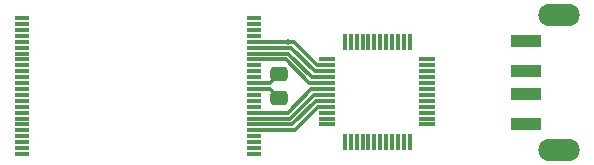
<source format=gbr>
%TF.GenerationSoftware,KiCad,Pcbnew,(6.0.5)*%
%TF.CreationDate,2023-05-24T20:51:29+03:00*%
%TF.ProjectId,USB_MASS_STORAGE_DEVICE,5553425f-4d41-4535-935f-53544f524147,rev?*%
%TF.SameCoordinates,Original*%
%TF.FileFunction,Copper,L1,Top*%
%TF.FilePolarity,Positive*%
%FSLAX46Y46*%
G04 Gerber Fmt 4.6, Leading zero omitted, Abs format (unit mm)*
G04 Created by KiCad (PCBNEW (6.0.5)) date 2023-05-24 20:51:29*
%MOMM*%
%LPD*%
G01*
G04 APERTURE LIST*
G04 Aperture macros list*
%AMRoundRect*
0 Rectangle with rounded corners*
0 $1 Rounding radius*
0 $2 $3 $4 $5 $6 $7 $8 $9 X,Y pos of 4 corners*
0 Add a 4 corners polygon primitive as box body*
4,1,4,$2,$3,$4,$5,$6,$7,$8,$9,$2,$3,0*
0 Add four circle primitives for the rounded corners*
1,1,$1+$1,$2,$3*
1,1,$1+$1,$4,$5*
1,1,$1+$1,$6,$7*
1,1,$1+$1,$8,$9*
0 Add four rect primitives between the rounded corners*
20,1,$1+$1,$2,$3,$4,$5,0*
20,1,$1+$1,$4,$5,$6,$7,0*
20,1,$1+$1,$6,$7,$8,$9,0*
20,1,$1+$1,$8,$9,$2,$3,0*%
G04 Aperture macros list end*
%TA.AperFunction,SMDPad,CuDef*%
%ADD10R,1.275000X0.300000*%
%TD*%
%TA.AperFunction,SMDPad,CuDef*%
%ADD11R,2.500000X1.100000*%
%TD*%
%TA.AperFunction,ComponentPad*%
%ADD12O,3.500000X1.900000*%
%TD*%
%TA.AperFunction,SMDPad,CuDef*%
%ADD13R,1.475000X0.300000*%
%TD*%
%TA.AperFunction,SMDPad,CuDef*%
%ADD14R,0.300000X1.475000*%
%TD*%
%TA.AperFunction,SMDPad,CuDef*%
%ADD15RoundRect,0.250000X0.475000X-0.337500X0.475000X0.337500X-0.475000X0.337500X-0.475000X-0.337500X0*%
%TD*%
%TA.AperFunction,ViaPad*%
%ADD16C,0.500000*%
%TD*%
%TA.AperFunction,ViaPad*%
%ADD17C,0.250000*%
%TD*%
%TA.AperFunction,ViaPad*%
%ADD18C,0.300000*%
%TD*%
%TA.AperFunction,Conductor*%
%ADD19C,0.300000*%
%TD*%
G04 APERTURE END LIST*
D10*
%TO.P,K9GAG08U0E,48*%
%TO.N,N/C*%
X138238000Y-90375000D03*
%TO.P,K9GAG08U0E,47*%
X138238000Y-90875000D03*
%TO.P,K9GAG08U0E,46*%
X138238000Y-91375000D03*
%TO.P,K9GAG08U0E,45*%
X138238000Y-91875000D03*
%TO.P,K9GAG08U0E,44*%
X138238000Y-92375000D03*
%TO.P,K9GAG08U0E,43*%
X138238000Y-92875000D03*
%TO.P,K9GAG08U0E,42*%
X138238000Y-93375000D03*
%TO.P,K9GAG08U0E,41*%
X138238000Y-93875000D03*
%TO.P,K9GAG08U0E,40*%
X138238000Y-94375000D03*
%TO.P,K9GAG08U0E,39*%
X138238000Y-94875000D03*
%TO.P,K9GAG08U0E,38*%
X138238000Y-95375000D03*
%TO.P,K9GAG08U0E,37*%
X138238000Y-95875000D03*
%TO.P,K9GAG08U0E,36*%
X138238000Y-96375000D03*
%TO.P,K9GAG08U0E,35*%
X138238000Y-96875000D03*
%TO.P,K9GAG08U0E,34*%
X138238000Y-97375000D03*
%TO.P,K9GAG08U0E,33*%
X138238000Y-97875000D03*
%TO.P,K9GAG08U0E,32*%
X138238000Y-98375000D03*
%TO.P,K9GAG08U0E,31*%
X138238000Y-98875000D03*
%TO.P,K9GAG08U0E,30*%
X138238000Y-99375000D03*
%TO.P,K9GAG08U0E,29*%
X138238000Y-99875000D03*
%TO.P,K9GAG08U0E,28*%
X138238000Y-100375000D03*
%TO.P,K9GAG08U0E,27*%
X138238000Y-100875000D03*
%TO.P,K9GAG08U0E,26*%
X138238000Y-101375000D03*
%TO.P,K9GAG08U0E,25*%
X138238000Y-101875000D03*
%TO.P,K9GAG08U0E,24*%
X118562000Y-101875000D03*
%TO.P,K9GAG08U0E,23*%
X118562000Y-101375000D03*
%TO.P,K9GAG08U0E,22*%
X118562000Y-100875000D03*
%TO.P,K9GAG08U0E,21*%
X118562000Y-100375000D03*
%TO.P,K9GAG08U0E,20*%
X118562000Y-99875000D03*
%TO.P,K9GAG08U0E,19*%
X118562000Y-99375000D03*
%TO.P,K9GAG08U0E,18*%
X118562000Y-98875000D03*
%TO.P,K9GAG08U0E,17*%
X118562000Y-98375000D03*
%TO.P,K9GAG08U0E,16*%
X118562000Y-97875000D03*
%TO.P,K9GAG08U0E,15*%
X118562000Y-97375000D03*
%TO.P,K9GAG08U0E,14*%
X118562000Y-96875000D03*
%TO.P,K9GAG08U0E,13*%
X118562000Y-96375000D03*
%TO.P,K9GAG08U0E,12*%
X118562000Y-95875000D03*
%TO.P,K9GAG08U0E,11*%
X118562000Y-95375000D03*
%TO.P,K9GAG08U0E,10*%
X118562000Y-94875000D03*
%TO.P,K9GAG08U0E,9*%
X118562000Y-94375000D03*
%TO.P,K9GAG08U0E,8*%
X118562000Y-93875000D03*
%TO.P,K9GAG08U0E,7*%
X118562000Y-93375000D03*
%TO.P,K9GAG08U0E,6*%
X118562000Y-92875000D03*
%TO.P,K9GAG08U0E,5*%
X118562000Y-92375000D03*
%TO.P,K9GAG08U0E,4*%
X118562000Y-91875000D03*
%TO.P,K9GAG08U0E,3*%
X118562000Y-91375000D03*
%TO.P,K9GAG08U0E,2*%
X118562000Y-90875000D03*
%TO.P,K9GAG08U0E,1*%
X118562000Y-90375000D03*
%TD*%
D11*
%TO.P,REF\u002A\u002A,1*%
%TO.N,N/C*%
X161300000Y-92325000D03*
%TO.P,REF\u002A\u002A,2*%
X161300000Y-94825000D03*
%TO.P,REF\u002A\u002A,3*%
X161300000Y-96825000D03*
%TO.P,REF\u002A\u002A,4*%
X161300000Y-99325000D03*
D12*
%TO.P,REF\u002A\u002A,5*%
X164050000Y-101525000D03*
X164050000Y-90125000D03*
%TD*%
D13*
%TO.P,ST72681,48*%
%TO.N,N/C*%
X144437000Y-99375000D03*
%TO.P,ST72681,47*%
X144437000Y-98875000D03*
%TO.P,ST72681,46*%
X144437000Y-98375000D03*
%TO.P,ST72681,45*%
X144437000Y-97875000D03*
%TO.P,ST72681,44*%
X144437000Y-97375000D03*
%TO.P,ST72681,43*%
X144437000Y-96875000D03*
%TO.P,ST72681,42*%
X144437000Y-96375000D03*
%TO.P,ST72681,41*%
X144437000Y-95875000D03*
%TO.P,ST72681,40*%
X144437000Y-95375000D03*
%TO.P,ST72681,39*%
X144437000Y-94875000D03*
%TO.P,ST72681,38*%
X144437000Y-94375000D03*
%TO.P,ST72681,37*%
X144437000Y-93875000D03*
D14*
%TO.P,ST72681,36*%
X145925000Y-92387000D03*
%TO.P,ST72681,35*%
X146425000Y-92387000D03*
%TO.P,ST72681,34*%
X146925000Y-92387000D03*
%TO.P,ST72681,33*%
X147425000Y-92387000D03*
%TO.P,ST72681,32*%
X147925000Y-92387000D03*
%TO.P,ST72681,31*%
X148425000Y-92387000D03*
%TO.P,ST72681,30*%
X148925000Y-92387000D03*
%TO.P,ST72681,29*%
X149425000Y-92387000D03*
%TO.P,ST72681,28*%
X149925000Y-92387000D03*
%TO.P,ST72681,27*%
X150425000Y-92387000D03*
%TO.P,ST72681,26*%
X150925000Y-92387000D03*
%TO.P,ST72681,25*%
X151425000Y-92387000D03*
D13*
%TO.P,ST72681,24*%
X152913000Y-93875000D03*
%TO.P,ST72681,23*%
X152913000Y-94375000D03*
%TO.P,ST72681,22*%
X152913000Y-94875000D03*
%TO.P,ST72681,21*%
X152913000Y-95375000D03*
%TO.P,ST72681,20*%
X152913000Y-95875000D03*
%TO.P,ST72681,19*%
X152913000Y-96375000D03*
%TO.P,ST72681,18*%
X152913000Y-96875000D03*
%TO.P,ST72681,17*%
X152913000Y-97375000D03*
%TO.P,ST72681,16*%
X152913000Y-97875000D03*
%TO.P,ST72681,15*%
X152913000Y-98375000D03*
%TO.P,ST72681,14*%
X152913000Y-98875000D03*
%TO.P,ST72681,13*%
X152913000Y-99375000D03*
D14*
%TO.P,ST72681,12*%
X151425000Y-100863000D03*
%TO.P,ST72681,11*%
X150925000Y-100863000D03*
%TO.P,ST72681,10*%
X150425000Y-100863000D03*
%TO.P,ST72681,9*%
X149925000Y-100863000D03*
%TO.P,ST72681,8*%
X149425000Y-100863000D03*
%TO.P,ST72681,7*%
X148925000Y-100863000D03*
%TO.P,ST72681,6*%
X148425000Y-100863000D03*
%TO.P,ST72681,5*%
X147925000Y-100863000D03*
%TO.P,ST72681,4*%
X147425000Y-100863000D03*
%TO.P,ST72681,3*%
X146925000Y-100863000D03*
%TO.P,ST72681,2*%
X146425000Y-100863000D03*
%TO.P,ST72681,1*%
X145925000Y-100863000D03*
%TD*%
D15*
%TO.P,100nF,2*%
%TO.N,N/C*%
X140375000Y-95087500D03*
%TO.P,100nF,1*%
X140375000Y-97162500D03*
%TD*%
D16*
%TO.N,*%
X141150000Y-92375000D03*
D17*
X140075000Y-92375000D03*
D18*
X140575000Y-92375000D03*
%TD*%
D19*
%TO.N,*%
X139587500Y-95875000D02*
X140375000Y-95087500D01*
X138238000Y-95875000D02*
X139587500Y-95875000D01*
X139587500Y-96375000D02*
X140375000Y-97162500D01*
X138238000Y-96375000D02*
X139587500Y-96375000D01*
X143075000Y-96375000D02*
X144437000Y-96375000D01*
X141075000Y-98375000D02*
X143075000Y-96375000D01*
X138238000Y-98375000D02*
X141075000Y-98375000D01*
X143275000Y-96875000D02*
X144437000Y-96875000D01*
X141275000Y-98875000D02*
X143275000Y-96875000D01*
X138238000Y-98875000D02*
X141275000Y-98875000D01*
X143475000Y-97375000D02*
X144437000Y-97375000D01*
X138238000Y-99375000D02*
X141475000Y-99375000D01*
X141475000Y-99375000D02*
X143475000Y-97375000D01*
X143675000Y-97875000D02*
X144437000Y-97875000D01*
X141675000Y-99875000D02*
X143675000Y-97875000D01*
X138238000Y-99875000D02*
X141675000Y-99875000D01*
X140900000Y-93875000D02*
X138238000Y-93875000D01*
X144437000Y-95875000D02*
X142900000Y-95875000D01*
X142900000Y-95875000D02*
X140900000Y-93875000D01*
X143150000Y-95375000D02*
X141150000Y-93375000D01*
X141150000Y-93375000D02*
X138238000Y-93375000D01*
X144437000Y-95375000D02*
X143150000Y-95375000D01*
X141375000Y-92875000D02*
X138238000Y-92875000D01*
X144437000Y-94875000D02*
X143375000Y-94875000D01*
X143375000Y-94875000D02*
X141375000Y-92875000D01*
X141600000Y-92375000D02*
X138238000Y-92375000D01*
X143600000Y-94375000D02*
X141600000Y-92375000D01*
X144437000Y-94375000D02*
X143600000Y-94375000D01*
%TD*%
M02*

</source>
